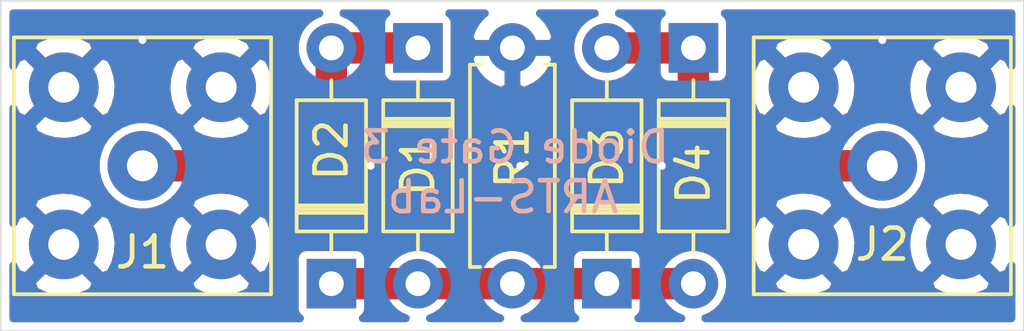
<source format=kicad_pcb>
(kicad_pcb (version 20171130) (host pcbnew "(5.1.4)-1")

  (general
    (thickness 1.6)
    (drawings 5)
    (tracks 17)
    (zones 0)
    (modules 7)
    (nets 5)
  )

  (page A4)
  (layers
    (0 F.Cu signal hide)
    (31 B.Cu signal hide)
    (32 B.Adhes user)
    (33 F.Adhes user)
    (34 B.Paste user)
    (35 F.Paste user)
    (36 B.SilkS user)
    (37 F.SilkS user)
    (38 B.Mask user)
    (39 F.Mask user)
    (40 Dwgs.User user)
    (41 Cmts.User user)
    (42 Eco1.User user)
    (43 Eco2.User user)
    (44 Edge.Cuts user)
    (45 Margin user)
    (46 B.CrtYd user)
    (47 F.CrtYd user)
    (48 B.Fab user)
    (49 F.Fab user hide)
  )

  (setup
    (last_trace_width 0.1524)
    (user_trace_width 1.016)
    (trace_clearance 0.1524)
    (zone_clearance 0.508)
    (zone_45_only no)
    (trace_min 0.1524)
    (via_size 0.508)
    (via_drill 0.254)
    (via_min_size 0.508)
    (via_min_drill 0.254)
    (uvia_size 0.3)
    (uvia_drill 0.1)
    (uvias_allowed no)
    (uvia_min_size 0.2)
    (uvia_min_drill 0.1)
    (edge_width 0.05)
    (segment_width 0.2)
    (pcb_text_width 0.3)
    (pcb_text_size 1.5 1.5)
    (mod_edge_width 0.12)
    (mod_text_size 1 1)
    (mod_text_width 0.15)
    (pad_size 2.25 2.25)
    (pad_drill 1)
    (pad_to_mask_clearance 0.051)
    (solder_mask_min_width 0.25)
    (aux_axis_origin 0 0)
    (visible_elements 7FFFFFFF)
    (pcbplotparams
      (layerselection 0x010fc_ffffffff)
      (usegerberextensions false)
      (usegerberattributes false)
      (usegerberadvancedattributes false)
      (creategerberjobfile false)
      (excludeedgelayer true)
      (linewidth 0.100000)
      (plotframeref false)
      (viasonmask false)
      (mode 1)
      (useauxorigin false)
      (hpglpennumber 1)
      (hpglpenspeed 20)
      (hpglpendiameter 15.000000)
      (psnegative false)
      (psa4output false)
      (plotreference true)
      (plotvalue true)
      (plotinvisibletext false)
      (padsonsilk false)
      (subtractmaskfromsilk false)
      (outputformat 1)
      (mirror false)
      (drillshape 1)
      (scaleselection 1)
      (outputdirectory ""))
  )

  (net 0 "")
  (net 1 "Net-(D1-Pad1)")
  (net 2 "Net-(D1-Pad2)")
  (net 3 "Net-(D3-Pad2)")
  (net 4 GND)

  (net_class Default "This is the default net class."
    (clearance 0.1524)
    (trace_width 0.1524)
    (via_dia 0.508)
    (via_drill 0.254)
    (uvia_dia 0.3)
    (uvia_drill 0.1)
    (add_net GND)
    (add_net "Net-(D1-Pad1)")
    (add_net "Net-(D1-Pad2)")
    (add_net "Net-(D3-Pad2)")
  )

  (module Diode_THT:D_DO-35_SOD27_P7.62mm_Horizontal (layer F.Cu) (tedit 5AE50CD5) (tstamp 5F7D4BF1)
    (at 141.224 98.298 270)
    (descr "Diode, DO-35_SOD27 series, Axial, Horizontal, pin pitch=7.62mm, , length*diameter=4*2mm^2, , http://www.diodes.com/_files/packages/DO-35.pdf")
    (tags "Diode DO-35_SOD27 series Axial Horizontal pin pitch 7.62mm  length 4mm diameter 2mm")
    (path /5F7D32C9)
    (fp_text reference D1 (at 3.81 0 90) (layer F.SilkS)
      (effects (font (size 1 1) (thickness 0.15)))
    )
    (fp_text value 1N4148 (at 3.81 2.12 90) (layer F.Fab)
      (effects (font (size 1 1) (thickness 0.15)))
    )
    (fp_line (start 1.81 -1) (end 1.81 1) (layer F.Fab) (width 0.1))
    (fp_line (start 1.81 1) (end 5.81 1) (layer F.Fab) (width 0.1))
    (fp_line (start 5.81 1) (end 5.81 -1) (layer F.Fab) (width 0.1))
    (fp_line (start 5.81 -1) (end 1.81 -1) (layer F.Fab) (width 0.1))
    (fp_line (start 0 0) (end 1.81 0) (layer F.Fab) (width 0.1))
    (fp_line (start 7.62 0) (end 5.81 0) (layer F.Fab) (width 0.1))
    (fp_line (start 2.41 -1) (end 2.41 1) (layer F.Fab) (width 0.1))
    (fp_line (start 2.51 -1) (end 2.51 1) (layer F.Fab) (width 0.1))
    (fp_line (start 2.31 -1) (end 2.31 1) (layer F.Fab) (width 0.1))
    (fp_line (start 1.69 -1.12) (end 1.69 1.12) (layer F.SilkS) (width 0.12))
    (fp_line (start 1.69 1.12) (end 5.93 1.12) (layer F.SilkS) (width 0.12))
    (fp_line (start 5.93 1.12) (end 5.93 -1.12) (layer F.SilkS) (width 0.12))
    (fp_line (start 5.93 -1.12) (end 1.69 -1.12) (layer F.SilkS) (width 0.12))
    (fp_line (start 1.04 0) (end 1.69 0) (layer F.SilkS) (width 0.12))
    (fp_line (start 6.58 0) (end 5.93 0) (layer F.SilkS) (width 0.12))
    (fp_line (start 2.41 -1.12) (end 2.41 1.12) (layer F.SilkS) (width 0.12))
    (fp_line (start 2.53 -1.12) (end 2.53 1.12) (layer F.SilkS) (width 0.12))
    (fp_line (start 2.29 -1.12) (end 2.29 1.12) (layer F.SilkS) (width 0.12))
    (fp_line (start -1.05 -1.25) (end -1.05 1.25) (layer F.CrtYd) (width 0.05))
    (fp_line (start -1.05 1.25) (end 8.67 1.25) (layer F.CrtYd) (width 0.05))
    (fp_line (start 8.67 1.25) (end 8.67 -1.25) (layer F.CrtYd) (width 0.05))
    (fp_line (start 8.67 -1.25) (end -1.05 -1.25) (layer F.CrtYd) (width 0.05))
    (fp_text user %R (at 4.11 0 90) (layer F.Fab)
      (effects (font (size 0.8 0.8) (thickness 0.12)))
    )
    (fp_text user K (at 0 -1.8 90) (layer F.Fab)
      (effects (font (size 1 1) (thickness 0.15)))
    )
    (pad 1 thru_hole rect (at 0 0 270) (size 1.6 1.6) (drill 0.8) (layers *.Cu *.Mask)
      (net 1 "Net-(D1-Pad1)"))
    (pad 2 thru_hole oval (at 7.62 0 270) (size 1.6 1.6) (drill 0.8) (layers *.Cu *.Mask)
      (net 2 "Net-(D1-Pad2)"))
    (model ${KISYS3DMOD}/Diode_THT.3dshapes/D_DO-35_SOD27_P7.62mm_Horizontal.wrl
      (at (xyz 0 0 0))
      (scale (xyz 1 1 1))
      (rotate (xyz 0 0 0))
    )
  )

  (module Diode_THT:D_DO-35_SOD27_P7.62mm_Horizontal (layer F.Cu) (tedit 5AE50CD5) (tstamp 5F7D4C10)
    (at 138.43 105.918 90)
    (descr "Diode, DO-35_SOD27 series, Axial, Horizontal, pin pitch=7.62mm, , length*diameter=4*2mm^2, , http://www.diodes.com/_files/packages/DO-35.pdf")
    (tags "Diode DO-35_SOD27 series Axial Horizontal pin pitch 7.62mm  length 4mm diameter 2mm")
    (path /5F7D502D)
    (fp_text reference D2 (at 4.318 0 90) (layer F.SilkS)
      (effects (font (size 1 1) (thickness 0.15)))
    )
    (fp_text value 1N4148 (at 3.81 2.12 90) (layer F.Fab)
      (effects (font (size 1 1) (thickness 0.15)))
    )
    (fp_text user K (at 0 -1.8 90) (layer F.Fab)
      (effects (font (size 1 1) (thickness 0.15)))
    )
    (fp_text user %R (at 4.11 0 90) (layer F.Fab)
      (effects (font (size 0.8 0.8) (thickness 0.12)))
    )
    (fp_line (start 8.67 -1.25) (end -1.05 -1.25) (layer F.CrtYd) (width 0.05))
    (fp_line (start 8.67 1.25) (end 8.67 -1.25) (layer F.CrtYd) (width 0.05))
    (fp_line (start -1.05 1.25) (end 8.67 1.25) (layer F.CrtYd) (width 0.05))
    (fp_line (start -1.05 -1.25) (end -1.05 1.25) (layer F.CrtYd) (width 0.05))
    (fp_line (start 2.29 -1.12) (end 2.29 1.12) (layer F.SilkS) (width 0.12))
    (fp_line (start 2.53 -1.12) (end 2.53 1.12) (layer F.SilkS) (width 0.12))
    (fp_line (start 2.41 -1.12) (end 2.41 1.12) (layer F.SilkS) (width 0.12))
    (fp_line (start 6.58 0) (end 5.93 0) (layer F.SilkS) (width 0.12))
    (fp_line (start 1.04 0) (end 1.69 0) (layer F.SilkS) (width 0.12))
    (fp_line (start 5.93 -1.12) (end 1.69 -1.12) (layer F.SilkS) (width 0.12))
    (fp_line (start 5.93 1.12) (end 5.93 -1.12) (layer F.SilkS) (width 0.12))
    (fp_line (start 1.69 1.12) (end 5.93 1.12) (layer F.SilkS) (width 0.12))
    (fp_line (start 1.69 -1.12) (end 1.69 1.12) (layer F.SilkS) (width 0.12))
    (fp_line (start 2.31 -1) (end 2.31 1) (layer F.Fab) (width 0.1))
    (fp_line (start 2.51 -1) (end 2.51 1) (layer F.Fab) (width 0.1))
    (fp_line (start 2.41 -1) (end 2.41 1) (layer F.Fab) (width 0.1))
    (fp_line (start 7.62 0) (end 5.81 0) (layer F.Fab) (width 0.1))
    (fp_line (start 0 0) (end 1.81 0) (layer F.Fab) (width 0.1))
    (fp_line (start 5.81 -1) (end 1.81 -1) (layer F.Fab) (width 0.1))
    (fp_line (start 5.81 1) (end 5.81 -1) (layer F.Fab) (width 0.1))
    (fp_line (start 1.81 1) (end 5.81 1) (layer F.Fab) (width 0.1))
    (fp_line (start 1.81 -1) (end 1.81 1) (layer F.Fab) (width 0.1))
    (pad 2 thru_hole oval (at 7.62 0 90) (size 1.6 1.6) (drill 0.8) (layers *.Cu *.Mask)
      (net 1 "Net-(D1-Pad1)"))
    (pad 1 thru_hole rect (at 0 0 90) (size 1.6 1.6) (drill 0.8) (layers *.Cu *.Mask)
      (net 2 "Net-(D1-Pad2)"))
    (model ${KISYS3DMOD}/Diode_THT.3dshapes/D_DO-35_SOD27_P7.62mm_Horizontal.wrl
      (at (xyz 0 0 0))
      (scale (xyz 1 1 1))
      (rotate (xyz 0 0 0))
    )
  )

  (module Diode_THT:D_DO-35_SOD27_P7.62mm_Horizontal (layer F.Cu) (tedit 5AE50CD5) (tstamp 5F7D4C2F)
    (at 147.32 105.918 90)
    (descr "Diode, DO-35_SOD27 series, Axial, Horizontal, pin pitch=7.62mm, , length*diameter=4*2mm^2, , http://www.diodes.com/_files/packages/DO-35.pdf")
    (tags "Diode DO-35_SOD27 series Axial Horizontal pin pitch 7.62mm  length 4mm diameter 2mm")
    (path /5F7D7339)
    (fp_text reference D3 (at 4.064 0 90) (layer F.SilkS)
      (effects (font (size 1 1) (thickness 0.15)))
    )
    (fp_text value 1N4148 (at 3.81 2.12 90) (layer F.Fab)
      (effects (font (size 1 1) (thickness 0.15)))
    )
    (fp_text user K (at 0 -1.8 90) (layer F.Fab)
      (effects (font (size 1 1) (thickness 0.15)))
    )
    (fp_text user %R (at 4.11 0 90) (layer F.Fab)
      (effects (font (size 0.8 0.8) (thickness 0.12)))
    )
    (fp_line (start 8.67 -1.25) (end -1.05 -1.25) (layer F.CrtYd) (width 0.05))
    (fp_line (start 8.67 1.25) (end 8.67 -1.25) (layer F.CrtYd) (width 0.05))
    (fp_line (start -1.05 1.25) (end 8.67 1.25) (layer F.CrtYd) (width 0.05))
    (fp_line (start -1.05 -1.25) (end -1.05 1.25) (layer F.CrtYd) (width 0.05))
    (fp_line (start 2.29 -1.12) (end 2.29 1.12) (layer F.SilkS) (width 0.12))
    (fp_line (start 2.53 -1.12) (end 2.53 1.12) (layer F.SilkS) (width 0.12))
    (fp_line (start 2.41 -1.12) (end 2.41 1.12) (layer F.SilkS) (width 0.12))
    (fp_line (start 6.58 0) (end 5.93 0) (layer F.SilkS) (width 0.12))
    (fp_line (start 1.04 0) (end 1.69 0) (layer F.SilkS) (width 0.12))
    (fp_line (start 5.93 -1.12) (end 1.69 -1.12) (layer F.SilkS) (width 0.12))
    (fp_line (start 5.93 1.12) (end 5.93 -1.12) (layer F.SilkS) (width 0.12))
    (fp_line (start 1.69 1.12) (end 5.93 1.12) (layer F.SilkS) (width 0.12))
    (fp_line (start 1.69 -1.12) (end 1.69 1.12) (layer F.SilkS) (width 0.12))
    (fp_line (start 2.31 -1) (end 2.31 1) (layer F.Fab) (width 0.1))
    (fp_line (start 2.51 -1) (end 2.51 1) (layer F.Fab) (width 0.1))
    (fp_line (start 2.41 -1) (end 2.41 1) (layer F.Fab) (width 0.1))
    (fp_line (start 7.62 0) (end 5.81 0) (layer F.Fab) (width 0.1))
    (fp_line (start 0 0) (end 1.81 0) (layer F.Fab) (width 0.1))
    (fp_line (start 5.81 -1) (end 1.81 -1) (layer F.Fab) (width 0.1))
    (fp_line (start 5.81 1) (end 5.81 -1) (layer F.Fab) (width 0.1))
    (fp_line (start 1.81 1) (end 5.81 1) (layer F.Fab) (width 0.1))
    (fp_line (start 1.81 -1) (end 1.81 1) (layer F.Fab) (width 0.1))
    (pad 2 thru_hole oval (at 7.62 0 90) (size 1.6 1.6) (drill 0.8) (layers *.Cu *.Mask)
      (net 3 "Net-(D3-Pad2)"))
    (pad 1 thru_hole rect (at 0 0 90) (size 1.6 1.6) (drill 0.8) (layers *.Cu *.Mask)
      (net 2 "Net-(D1-Pad2)"))
    (model ${KISYS3DMOD}/Diode_THT.3dshapes/D_DO-35_SOD27_P7.62mm_Horizontal.wrl
      (at (xyz 0 0 0))
      (scale (xyz 1 1 1))
      (rotate (xyz 0 0 0))
    )
  )

  (module Diode_THT:D_DO-35_SOD27_P7.62mm_Horizontal (layer F.Cu) (tedit 5AE50CD5) (tstamp 5F7D4C4E)
    (at 150.114 98.298 270)
    (descr "Diode, DO-35_SOD27 series, Axial, Horizontal, pin pitch=7.62mm, , length*diameter=4*2mm^2, , http://www.diodes.com/_files/packages/DO-35.pdf")
    (tags "Diode DO-35_SOD27 series Axial Horizontal pin pitch 7.62mm  length 4mm diameter 2mm")
    (path /5F7D5698)
    (fp_text reference D4 (at 4.064 0 90) (layer F.SilkS)
      (effects (font (size 1 1) (thickness 0.15)))
    )
    (fp_text value 1N4148 (at 3.81 2.12 90) (layer F.Fab)
      (effects (font (size 1 1) (thickness 0.15)))
    )
    (fp_line (start 1.81 -1) (end 1.81 1) (layer F.Fab) (width 0.1))
    (fp_line (start 1.81 1) (end 5.81 1) (layer F.Fab) (width 0.1))
    (fp_line (start 5.81 1) (end 5.81 -1) (layer F.Fab) (width 0.1))
    (fp_line (start 5.81 -1) (end 1.81 -1) (layer F.Fab) (width 0.1))
    (fp_line (start 0 0) (end 1.81 0) (layer F.Fab) (width 0.1))
    (fp_line (start 7.62 0) (end 5.81 0) (layer F.Fab) (width 0.1))
    (fp_line (start 2.41 -1) (end 2.41 1) (layer F.Fab) (width 0.1))
    (fp_line (start 2.51 -1) (end 2.51 1) (layer F.Fab) (width 0.1))
    (fp_line (start 2.31 -1) (end 2.31 1) (layer F.Fab) (width 0.1))
    (fp_line (start 1.69 -1.12) (end 1.69 1.12) (layer F.SilkS) (width 0.12))
    (fp_line (start 1.69 1.12) (end 5.93 1.12) (layer F.SilkS) (width 0.12))
    (fp_line (start 5.93 1.12) (end 5.93 -1.12) (layer F.SilkS) (width 0.12))
    (fp_line (start 5.93 -1.12) (end 1.69 -1.12) (layer F.SilkS) (width 0.12))
    (fp_line (start 1.04 0) (end 1.69 0) (layer F.SilkS) (width 0.12))
    (fp_line (start 6.58 0) (end 5.93 0) (layer F.SilkS) (width 0.12))
    (fp_line (start 2.41 -1.12) (end 2.41 1.12) (layer F.SilkS) (width 0.12))
    (fp_line (start 2.53 -1.12) (end 2.53 1.12) (layer F.SilkS) (width 0.12))
    (fp_line (start 2.29 -1.12) (end 2.29 1.12) (layer F.SilkS) (width 0.12))
    (fp_line (start -1.05 -1.25) (end -1.05 1.25) (layer F.CrtYd) (width 0.05))
    (fp_line (start -1.05 1.25) (end 8.67 1.25) (layer F.CrtYd) (width 0.05))
    (fp_line (start 8.67 1.25) (end 8.67 -1.25) (layer F.CrtYd) (width 0.05))
    (fp_line (start 8.67 -1.25) (end -1.05 -1.25) (layer F.CrtYd) (width 0.05))
    (fp_text user %R (at 4.11 0 90) (layer F.Fab)
      (effects (font (size 0.8 0.8) (thickness 0.12)))
    )
    (fp_text user K (at 0 -1.8 90) (layer F.Fab)
      (effects (font (size 1 1) (thickness 0.15)))
    )
    (pad 1 thru_hole rect (at 0 0 270) (size 1.6 1.6) (drill 0.8) (layers *.Cu *.Mask)
      (net 3 "Net-(D3-Pad2)"))
    (pad 2 thru_hole oval (at 7.62 0 270) (size 1.6 1.6) (drill 0.8) (layers *.Cu *.Mask)
      (net 2 "Net-(D1-Pad2)"))
    (model ${KISYS3DMOD}/Diode_THT.3dshapes/D_DO-35_SOD27_P7.62mm_Horizontal.wrl
      (at (xyz 0 0 0))
      (scale (xyz 1 1 1))
      (rotate (xyz 0 0 0))
    )
  )

  (module Connector_Coaxial:SMA_Amphenol_132203-12_Horizontal (layer F.Cu) (tedit 5F7D4D17) (tstamp 5F7D4C7C)
    (at 132.334 102.108 90)
    (descr https://www.amphenolrf.com/media/downloads/1769/132203-12.pdf)
    (tags "SMA THT Female Jack Horizontal")
    (path /5F7D9DF6)
    (fp_text reference J1 (at -2.794 0) (layer F.SilkS)
      (effects (font (size 1 1) (thickness 0.15)))
    )
    (fp_text value Conn_Coaxial (at 0 5 90) (layer F.Fab)
      (effects (font (size 1 1) (thickness 0.15)))
    )
    (fp_line (start -3.175 -18) (end 3.175 -18.706) (layer F.Fab) (width 0.1))
    (fp_line (start -4 -4) (end 4 -4) (layer F.Fab) (width 0.1))
    (fp_line (start -3.9 -5.07) (end -3.9 -4) (layer F.Fab) (width 0.1))
    (fp_line (start 3.9 -5.07) (end -3.9 -5.07) (layer F.Fab) (width 0.1))
    (fp_line (start 3.9 -4) (end 3.9 -5.07) (layer F.Fab) (width 0.1))
    (fp_line (start 3.175 -19.5) (end 3.175 -5.07) (layer F.Fab) (width 0.1))
    (fp_line (start -3.175 -19.5) (end -3.175 -5.07) (layer F.Fab) (width 0.1))
    (fp_line (start -3.175 -19.5) (end 3.175 -19.5) (layer F.Fab) (width 0.1))
    (fp_text user %R (at 0 0 90) (layer F.Fab)
      (effects (font (size 1 1) (thickness 0.15)))
    )
    (fp_line (start -4.15 -4.15) (end 4.15 -4.15) (layer F.SilkS) (width 0.12))
    (fp_line (start -4.15 4.15) (end 4.15 4.15) (layer F.SilkS) (width 0.12))
    (fp_line (start 4.15 -4.15) (end 4.15 4.15) (layer F.SilkS) (width 0.12))
    (fp_line (start -4.15 -4.15) (end -4.15 4.15) (layer F.SilkS) (width 0.12))
    (fp_line (start 4 -4) (end 4 4) (layer F.Fab) (width 0.1))
    (fp_line (start -4 4) (end 4 4) (layer F.Fab) (width 0.1))
    (fp_line (start -4 -4) (end -4 4) (layer F.Fab) (width 0.1))
    (fp_line (start -4.5 -20) (end 4.5 -20) (layer F.CrtYd) (width 0.05))
    (fp_line (start -4.5 -20) (end -4.5 4.5) (layer F.CrtYd) (width 0.05))
    (fp_line (start 4.5 4.5) (end 4.5 -20) (layer F.CrtYd) (width 0.05))
    (fp_line (start 4.5 4.5) (end -4.5 4.5) (layer F.CrtYd) (width 0.05))
    (fp_line (start -3.175 -17.294) (end 3.175 -18) (layer F.Fab) (width 0.1))
    (fp_line (start -3.175 -16.588) (end 3.175 -17.294) (layer F.Fab) (width 0.1))
    (fp_line (start -3.175 -15.882) (end 3.175 -16.588) (layer F.Fab) (width 0.1))
    (fp_line (start -3.175 -15.176) (end 3.175 -15.882) (layer F.Fab) (width 0.1))
    (fp_line (start -3.175 -14.47) (end 3.175 -15.176) (layer F.Fab) (width 0.1))
    (fp_line (start -3.175 -13.764) (end 3.175 -14.47) (layer F.Fab) (width 0.1))
    (fp_line (start -3.175 -13.058) (end 3.175 -13.764) (layer F.Fab) (width 0.1))
    (fp_line (start -3.175 -12.352) (end 3.175 -13.058) (layer F.Fab) (width 0.1))
    (fp_line (start -3.175 -11.646) (end 3.175 -12.352) (layer F.Fab) (width 0.1))
    (fp_line (start -3.175 -10.94) (end 3.175 -11.646) (layer F.Fab) (width 0.1))
    (fp_line (start -3.175 -10.234) (end 3.175 -10.94) (layer F.Fab) (width 0.1))
    (fp_line (start -3.175 -9.528) (end 3.175 -10.234) (layer F.Fab) (width 0.1))
    (fp_line (start -3.175 -8.822) (end 3.175 -9.528) (layer F.Fab) (width 0.1))
    (fp_line (start -3.175 -8.116) (end 3.175 -8.822) (layer F.Fab) (width 0.1))
    (fp_line (start -3.175 -7.41) (end 3.175 -8.116) (layer F.Fab) (width 0.1))
    (fp_line (start -3.175 -6.704) (end 3.175 -7.41) (layer F.Fab) (width 0.1))
    (fp_line (start -3.175 -5.998) (end 3.175 -6.704) (layer F.Fab) (width 0.1))
    (pad 2 thru_hole circle (at -2.54 2.54 90) (size 2.25 2.25) (drill 1) (layers *.Cu *.Mask)
      (net 4 GND))
    (pad 2 thru_hole circle (at -2.54 -2.54 90) (size 2.25 2.25) (drill 1) (layers *.Cu *.Mask)
      (net 4 GND))
    (pad 2 thru_hole circle (at 2.54 -2.54 90) (size 2.25 2.25) (drill 1) (layers *.Cu *.Mask)
      (net 4 GND))
    (pad 2 thru_hole circle (at 2.54 2.54 180) (size 2.25 2.25) (drill 1) (layers *.Cu *.Mask)
      (net 4 GND))
    (pad 1 thru_hole circle (at 0 0 90) (size 2.25 2.25) (drill 1) (layers *.Cu *.Mask)
      (net 1 "Net-(D1-Pad1)"))
    (model ${KISYS3DMOD}/Connector_Coaxial.3dshapes/SMA_Amphenol_132203-12_Horizontal.wrl
      (at (xyz 0 0 0))
      (scale (xyz 1 1 1))
      (rotate (xyz 0 0 0))
    )
  )

  (module Connector_Coaxial:SMA_Amphenol_132203-12_Horizontal (layer F.Cu) (tedit 5F7D4D3A) (tstamp 5F7D4CAA)
    (at 156.21 102.108 270)
    (descr https://www.amphenolrf.com/media/downloads/1769/132203-12.pdf)
    (tags "SMA THT Female Jack Horizontal")
    (path /5F7DBDE1)
    (fp_text reference J2 (at 2.54 0) (layer F.SilkS)
      (effects (font (size 1 1) (thickness 0.15)))
    )
    (fp_text value Conn_Coaxial (at 0 5 90) (layer F.Fab)
      (effects (font (size 1 1) (thickness 0.15)))
    )
    (fp_line (start -3.175 -5.998) (end 3.175 -6.704) (layer F.Fab) (width 0.1))
    (fp_line (start -3.175 -6.704) (end 3.175 -7.41) (layer F.Fab) (width 0.1))
    (fp_line (start -3.175 -7.41) (end 3.175 -8.116) (layer F.Fab) (width 0.1))
    (fp_line (start -3.175 -8.116) (end 3.175 -8.822) (layer F.Fab) (width 0.1))
    (fp_line (start -3.175 -8.822) (end 3.175 -9.528) (layer F.Fab) (width 0.1))
    (fp_line (start -3.175 -9.528) (end 3.175 -10.234) (layer F.Fab) (width 0.1))
    (fp_line (start -3.175 -10.234) (end 3.175 -10.94) (layer F.Fab) (width 0.1))
    (fp_line (start -3.175 -10.94) (end 3.175 -11.646) (layer F.Fab) (width 0.1))
    (fp_line (start -3.175 -11.646) (end 3.175 -12.352) (layer F.Fab) (width 0.1))
    (fp_line (start -3.175 -12.352) (end 3.175 -13.058) (layer F.Fab) (width 0.1))
    (fp_line (start -3.175 -13.058) (end 3.175 -13.764) (layer F.Fab) (width 0.1))
    (fp_line (start -3.175 -13.764) (end 3.175 -14.47) (layer F.Fab) (width 0.1))
    (fp_line (start -3.175 -14.47) (end 3.175 -15.176) (layer F.Fab) (width 0.1))
    (fp_line (start -3.175 -15.176) (end 3.175 -15.882) (layer F.Fab) (width 0.1))
    (fp_line (start -3.175 -15.882) (end 3.175 -16.588) (layer F.Fab) (width 0.1))
    (fp_line (start -3.175 -16.588) (end 3.175 -17.294) (layer F.Fab) (width 0.1))
    (fp_line (start -3.175 -17.294) (end 3.175 -18) (layer F.Fab) (width 0.1))
    (fp_line (start 4.5 4.5) (end -4.5 4.5) (layer F.CrtYd) (width 0.05))
    (fp_line (start 4.5 4.5) (end 4.5 -20) (layer F.CrtYd) (width 0.05))
    (fp_line (start -4.5 -20) (end -4.5 4.5) (layer F.CrtYd) (width 0.05))
    (fp_line (start -4.5 -20) (end 4.5 -20) (layer F.CrtYd) (width 0.05))
    (fp_line (start -4 -4) (end -4 4) (layer F.Fab) (width 0.1))
    (fp_line (start -4 4) (end 4 4) (layer F.Fab) (width 0.1))
    (fp_line (start 4 -4) (end 4 4) (layer F.Fab) (width 0.1))
    (fp_line (start -4.15 -4.15) (end -4.15 4.15) (layer F.SilkS) (width 0.12))
    (fp_line (start 4.15 -4.15) (end 4.15 4.15) (layer F.SilkS) (width 0.12))
    (fp_line (start -4.15 4.15) (end 4.15 4.15) (layer F.SilkS) (width 0.12))
    (fp_line (start -4.15 -4.15) (end 4.15 -4.15) (layer F.SilkS) (width 0.12))
    (fp_text user %R (at 0 0 90) (layer F.Fab)
      (effects (font (size 1 1) (thickness 0.15)))
    )
    (fp_line (start -3.175 -19.5) (end 3.175 -19.5) (layer F.Fab) (width 0.1))
    (fp_line (start -3.175 -19.5) (end -3.175 -5.07) (layer F.Fab) (width 0.1))
    (fp_line (start 3.175 -19.5) (end 3.175 -5.07) (layer F.Fab) (width 0.1))
    (fp_line (start 3.9 -4) (end 3.9 -5.07) (layer F.Fab) (width 0.1))
    (fp_line (start 3.9 -5.07) (end -3.9 -5.07) (layer F.Fab) (width 0.1))
    (fp_line (start -3.9 -5.07) (end -3.9 -4) (layer F.Fab) (width 0.1))
    (fp_line (start -4 -4) (end 4 -4) (layer F.Fab) (width 0.1))
    (fp_line (start -3.175 -18) (end 3.175 -18.706) (layer F.Fab) (width 0.1))
    (pad 1 thru_hole circle (at 0 0 270) (size 2.25 2.25) (drill 1) (layers *.Cu *.Mask)
      (net 3 "Net-(D3-Pad2)"))
    (pad 2 thru_hole circle (at 2.54 2.54) (size 2.25 2.25) (drill 1) (layers *.Cu *.Mask)
      (net 4 GND))
    (pad 2 thru_hole circle (at 2.54 -2.54 270) (size 2.25 2.25) (drill 1) (layers *.Cu *.Mask)
      (net 4 GND))
    (pad 2 thru_hole circle (at -2.54 -2.54 270) (size 2.25 2.25) (drill 1) (layers *.Cu *.Mask)
      (net 4 GND))
    (pad 2 thru_hole circle (at -2.54 2.54 270) (size 2.25 2.25) (drill 1) (layers *.Cu *.Mask)
      (net 4 GND))
    (model ${KISYS3DMOD}/Connector_Coaxial.3dshapes/SMA_Amphenol_132203-12_Horizontal.wrl
      (at (xyz 0 0 0))
      (scale (xyz 1 1 1))
      (rotate (xyz 0 0 0))
    )
  )

  (module Resistor_THT:R_Axial_DIN0207_L6.3mm_D2.5mm_P7.62mm_Horizontal (layer F.Cu) (tedit 5AE5139B) (tstamp 5F7D4CC1)
    (at 144.272 105.918 90)
    (descr "Resistor, Axial_DIN0207 series, Axial, Horizontal, pin pitch=7.62mm, 0.25W = 1/4W, length*diameter=6.3*2.5mm^2, http://cdn-reichelt.de/documents/datenblatt/B400/1_4W%23YAG.pdf")
    (tags "Resistor Axial_DIN0207 series Axial Horizontal pin pitch 7.62mm 0.25W = 1/4W length 6.3mm diameter 2.5mm")
    (path /5F7D7E91)
    (fp_text reference R1 (at 4.064 0 90) (layer F.SilkS)
      (effects (font (size 1 1) (thickness 0.15)))
    )
    (fp_text value 10k (at 3.81 2.37 90) (layer F.Fab)
      (effects (font (size 1 1) (thickness 0.15)))
    )
    (fp_line (start 0.66 -1.25) (end 0.66 1.25) (layer F.Fab) (width 0.1))
    (fp_line (start 0.66 1.25) (end 6.96 1.25) (layer F.Fab) (width 0.1))
    (fp_line (start 6.96 1.25) (end 6.96 -1.25) (layer F.Fab) (width 0.1))
    (fp_line (start 6.96 -1.25) (end 0.66 -1.25) (layer F.Fab) (width 0.1))
    (fp_line (start 0 0) (end 0.66 0) (layer F.Fab) (width 0.1))
    (fp_line (start 7.62 0) (end 6.96 0) (layer F.Fab) (width 0.1))
    (fp_line (start 0.54 -1.04) (end 0.54 -1.37) (layer F.SilkS) (width 0.12))
    (fp_line (start 0.54 -1.37) (end 7.08 -1.37) (layer F.SilkS) (width 0.12))
    (fp_line (start 7.08 -1.37) (end 7.08 -1.04) (layer F.SilkS) (width 0.12))
    (fp_line (start 0.54 1.04) (end 0.54 1.37) (layer F.SilkS) (width 0.12))
    (fp_line (start 0.54 1.37) (end 7.08 1.37) (layer F.SilkS) (width 0.12))
    (fp_line (start 7.08 1.37) (end 7.08 1.04) (layer F.SilkS) (width 0.12))
    (fp_line (start -1.05 -1.5) (end -1.05 1.5) (layer F.CrtYd) (width 0.05))
    (fp_line (start -1.05 1.5) (end 8.67 1.5) (layer F.CrtYd) (width 0.05))
    (fp_line (start 8.67 1.5) (end 8.67 -1.5) (layer F.CrtYd) (width 0.05))
    (fp_line (start 8.67 -1.5) (end -1.05 -1.5) (layer F.CrtYd) (width 0.05))
    (fp_text user %R (at 3.81 0 90) (layer F.Fab)
      (effects (font (size 1 1) (thickness 0.15)))
    )
    (pad 1 thru_hole circle (at 0 0 90) (size 1.6 1.6) (drill 0.8) (layers *.Cu *.Mask)
      (net 2 "Net-(D1-Pad2)"))
    (pad 2 thru_hole oval (at 7.62 0 90) (size 1.6 1.6) (drill 0.8) (layers *.Cu *.Mask)
      (net 4 GND))
    (model ${KISYS3DMOD}/Resistor_THT.3dshapes/R_Axial_DIN0207_L6.3mm_D2.5mm_P7.62mm_Horizontal.wrl
      (at (xyz 0 0 0))
      (scale (xyz 1 1 1))
      (rotate (xyz 0 0 0))
    )
  )

  (gr_text "Diode Gate 3\n ARTS-Lab" (at 144.3482 102.3112) (layer B.SilkS)
    (effects (font (size 1 1) (thickness 0.15)) (justify mirror))
  )
  (gr_line (start 127.762 107.442) (end 127.762 96.774) (layer Edge.Cuts) (width 0.05) (tstamp 5F7D5C15))
  (gr_line (start 160.782 107.442) (end 127.762 107.442) (layer Edge.Cuts) (width 0.05))
  (gr_line (start 160.782 96.774) (end 160.782 107.442) (layer Edge.Cuts) (width 0.05))
  (gr_line (start 127.762 96.774) (end 160.782 96.774) (layer Edge.Cuts) (width 0.05))

  (segment (start 138.43 98.298) (end 141.224 98.298) (width 1.016) (layer F.Cu) (net 1))
  (segment (start 132.334 102.108) (end 136.398 102.108) (width 1.016) (layer F.Cu) (net 1))
  (segment (start 138.43 100.076) (end 138.43 98.298) (width 1.016) (layer F.Cu) (net 1))
  (segment (start 136.398 102.108) (end 138.43 100.076) (width 1.016) (layer F.Cu) (net 1))
  (segment (start 138.43 105.918) (end 141.224 105.918) (width 1.016) (layer F.Cu) (net 2))
  (segment (start 141.224 105.918) (end 144.272 105.918) (width 1.016) (layer F.Cu) (net 2))
  (segment (start 144.272 105.918) (end 147.32 105.918) (width 1.016) (layer F.Cu) (net 2))
  (segment (start 147.32 105.918) (end 150.114 105.918) (width 1.016) (layer F.Cu) (net 2))
  (segment (start 147.32 98.298) (end 150.114 98.298) (width 1.016) (layer F.Cu) (net 3))
  (segment (start 150.114 100.114) (end 150.114 98.298) (width 1.016) (layer F.Cu) (net 3))
  (segment (start 152.108 102.108) (end 150.114 100.114) (width 1.016) (layer F.Cu) (net 3))
  (segment (start 156.21 102.108) (end 152.108 102.108) (width 1.016) (layer F.Cu) (net 3))
  (via (at 149.098 102.108) (size 0.508) (drill 0.254) (layers F.Cu B.Cu) (net 4))
  (via (at 139.7 102.108) (size 0.508) (drill 0.254) (layers F.Cu B.Cu) (net 4))
  (via (at 144.526 102.108) (size 0.508) (drill 0.254) (layers F.Cu B.Cu) (net 4))
  (via (at 132.334 98.044) (size 0.508) (drill 0.254) (layers F.Cu B.Cu) (net 4))
  (via (at 156.21 98.044) (size 0.508) (drill 0.254) (layers F.Cu B.Cu) (net 4))

  (zone (net 4) (net_name GND) (layer F.Cu) (tstamp 5F7D5C88) (hatch edge 0.508)
    (connect_pads (clearance 0.254))
    (min_thickness 0.254)
    (fill yes (arc_segments 32) (thermal_gap 0.508) (thermal_bridge_width 0.508))
    (polygon
      (pts
        (xy 161.036 107.696) (xy 127.508 107.696) (xy 127.508 96.52) (xy 161.036 96.52)
      )
    )
    (filled_polygon
      (pts
        (xy 137.870587 97.251412) (xy 137.677157 97.380658) (xy 137.512658 97.545157) (xy 137.383412 97.738587) (xy 137.294386 97.953515)
        (xy 137.249 98.181682) (xy 137.249 98.414318) (xy 137.294386 98.642485) (xy 137.383412 98.857413) (xy 137.512658 99.050843)
        (xy 137.541001 99.079186) (xy 137.541 99.707764) (xy 136.029765 101.219) (xy 135.485701 101.219) (xy 135.603685 101.178966)
        (xy 135.808079 101.069714) (xy 135.918926 100.792531) (xy 134.874 99.747605) (xy 133.829074 100.792531) (xy 133.939921 101.069714)
        (xy 134.242551 101.219) (xy 133.55124 101.219) (xy 133.503787 101.147981) (xy 133.294019 100.938213) (xy 133.047359 100.7734)
        (xy 132.773284 100.659875) (xy 132.482328 100.602) (xy 132.185672 100.602) (xy 131.894716 100.659875) (xy 131.620641 100.7734)
        (xy 131.373981 100.938213) (xy 131.164213 101.147981) (xy 130.9994 101.394641) (xy 130.885875 101.668716) (xy 130.828 101.959672)
        (xy 130.828 102.256328) (xy 130.885875 102.547284) (xy 130.9994 102.821359) (xy 131.164213 103.068019) (xy 131.373981 103.277787)
        (xy 131.620641 103.4426) (xy 131.894716 103.556125) (xy 132.185672 103.614) (xy 132.482328 103.614) (xy 132.773284 103.556125)
        (xy 133.047359 103.4426) (xy 133.294019 103.277787) (xy 133.503787 103.068019) (xy 133.55124 102.997) (xy 134.262299 102.997)
        (xy 134.144315 103.037034) (xy 133.939921 103.146286) (xy 133.829074 103.423469) (xy 134.874 104.468395) (xy 135.918926 103.423469)
        (xy 135.808079 103.146286) (xy 135.505449 102.997) (xy 136.35434 102.997) (xy 136.398 103.0013) (xy 136.44166 102.997)
        (xy 136.441667 102.997) (xy 136.572274 102.984136) (xy 136.739851 102.933303) (xy 136.894291 102.850753) (xy 137.029659 102.739659)
        (xy 137.057499 102.705736) (xy 139.027743 100.735493) (xy 139.061659 100.707659) (xy 139.100875 100.659875) (xy 139.172752 100.572292)
        (xy 139.172754 100.57229) (xy 139.255303 100.417851) (xy 139.306136 100.250274) (xy 139.319 100.119667) (xy 139.319 100.11966)
        (xy 139.3233 100.076) (xy 139.319 100.03234) (xy 139.319 99.187) (xy 140.052854 99.187) (xy 140.070299 99.244508)
        (xy 140.105678 99.310696) (xy 140.153289 99.368711) (xy 140.211304 99.416322) (xy 140.277492 99.451701) (xy 140.349311 99.473487)
        (xy 140.424 99.480843) (xy 142.024 99.480843) (xy 142.098689 99.473487) (xy 142.170508 99.451701) (xy 142.236696 99.416322)
        (xy 142.294711 99.368711) (xy 142.342322 99.310696) (xy 142.377701 99.244508) (xy 142.399487 99.172689) (xy 142.406843 99.098)
        (xy 142.406843 98.64704) (xy 142.880091 98.64704) (xy 142.97493 98.911881) (xy 143.119615 99.153131) (xy 143.308586 99.361519)
        (xy 143.53458 99.529037) (xy 143.788913 99.649246) (xy 143.922961 99.689904) (xy 144.145 99.567915) (xy 144.145 98.425)
        (xy 144.399 98.425) (xy 144.399 99.567915) (xy 144.621039 99.689904) (xy 144.755087 99.649246) (xy 145.00942 99.529037)
        (xy 145.235414 99.361519) (xy 145.424385 99.153131) (xy 145.56907 98.911881) (xy 145.663909 98.64704) (xy 145.542624 98.425)
        (xy 144.399 98.425) (xy 144.145 98.425) (xy 143.001376 98.425) (xy 142.880091 98.64704) (xy 142.406843 98.64704)
        (xy 142.406843 97.498) (xy 142.399487 97.423311) (xy 142.377701 97.351492) (xy 142.342322 97.285304) (xy 142.294711 97.227289)
        (xy 142.237088 97.18) (xy 143.382085 97.18) (xy 143.308586 97.234481) (xy 143.119615 97.442869) (xy 142.97493 97.684119)
        (xy 142.880091 97.94896) (xy 143.001376 98.171) (xy 144.145 98.171) (xy 144.145 98.151) (xy 144.399 98.151)
        (xy 144.399 98.171) (xy 145.542624 98.171) (xy 145.663909 97.94896) (xy 145.56907 97.684119) (xy 145.424385 97.442869)
        (xy 145.235414 97.234481) (xy 145.161915 97.18) (xy 146.932991 97.18) (xy 146.760587 97.251412) (xy 146.567157 97.380658)
        (xy 146.402658 97.545157) (xy 146.273412 97.738587) (xy 146.184386 97.953515) (xy 146.139 98.181682) (xy 146.139 98.414318)
        (xy 146.184386 98.642485) (xy 146.273412 98.857413) (xy 146.402658 99.050843) (xy 146.567157 99.215342) (xy 146.760587 99.344588)
        (xy 146.975515 99.433614) (xy 147.203682 99.479) (xy 147.436318 99.479) (xy 147.664485 99.433614) (xy 147.879413 99.344588)
        (xy 148.072843 99.215342) (xy 148.101185 99.187) (xy 148.942854 99.187) (xy 148.960299 99.244508) (xy 148.995678 99.310696)
        (xy 149.043289 99.368711) (xy 149.101304 99.416322) (xy 149.167492 99.451701) (xy 149.225 99.469146) (xy 149.225 100.07034)
        (xy 149.2207 100.114) (xy 149.225 100.15766) (xy 149.225 100.157666) (xy 149.237864 100.288273) (xy 149.288697 100.45585)
        (xy 149.371247 100.61029) (xy 149.482341 100.745659) (xy 149.516264 100.773499) (xy 151.448506 102.705742) (xy 151.476341 102.739659)
        (xy 151.611709 102.850753) (xy 151.766149 102.933303) (xy 151.860758 102.962002) (xy 151.933725 102.984136) (xy 151.950325 102.985771)
        (xy 152.064333 102.997) (xy 152.06434 102.997) (xy 152.108 103.0013) (xy 152.15166 102.997) (xy 153.058299 102.997)
        (xy 152.940315 103.037034) (xy 152.735921 103.146286) (xy 152.625074 103.423469) (xy 153.67 104.468395) (xy 154.714926 103.423469)
        (xy 154.604079 103.146286) (xy 154.301449 102.997) (xy 154.99276 102.997) (xy 155.040213 103.068019) (xy 155.249981 103.277787)
        (xy 155.496641 103.4426) (xy 155.770716 103.556125) (xy 156.061672 103.614) (xy 156.358328 103.614) (xy 156.649284 103.556125)
        (xy 156.923359 103.4426) (xy 156.95199 103.423469) (xy 157.705074 103.423469) (xy 158.75 104.468395) (xy 159.794926 103.423469)
        (xy 159.684079 103.146286) (xy 159.37316 102.992911) (xy 159.038295 102.90314) (xy 158.69235 102.880424) (xy 158.34862 102.925634)
        (xy 158.020315 103.037034) (xy 157.815921 103.146286) (xy 157.705074 103.423469) (xy 156.95199 103.423469) (xy 157.170019 103.277787)
        (xy 157.379787 103.068019) (xy 157.5446 102.821359) (xy 157.658125 102.547284) (xy 157.716 102.256328) (xy 157.716 101.959672)
        (xy 157.658125 101.668716) (xy 157.5446 101.394641) (xy 157.379787 101.147981) (xy 157.170019 100.938213) (xy 156.951991 100.792531)
        (xy 157.705074 100.792531) (xy 157.815921 101.069714) (xy 158.12684 101.223089) (xy 158.461705 101.31286) (xy 158.80765 101.335576)
        (xy 159.15138 101.290366) (xy 159.479685 101.178966) (xy 159.684079 101.069714) (xy 159.794926 100.792531) (xy 158.75 99.747605)
        (xy 157.705074 100.792531) (xy 156.951991 100.792531) (xy 156.923359 100.7734) (xy 156.649284 100.659875) (xy 156.358328 100.602)
        (xy 156.061672 100.602) (xy 155.770716 100.659875) (xy 155.496641 100.7734) (xy 155.249981 100.938213) (xy 155.040213 101.147981)
        (xy 154.99276 101.219) (xy 154.281701 101.219) (xy 154.399685 101.178966) (xy 154.604079 101.069714) (xy 154.714926 100.792531)
        (xy 153.67 99.747605) (xy 152.625074 100.792531) (xy 152.735921 101.069714) (xy 153.038551 101.219) (xy 152.476236 101.219)
        (xy 151.003 99.745765) (xy 151.003 99.62565) (xy 151.902424 99.62565) (xy 151.947634 99.96938) (xy 152.059034 100.297685)
        (xy 152.168286 100.502079) (xy 152.445469 100.612926) (xy 153.490395 99.568) (xy 153.849605 99.568) (xy 154.894531 100.612926)
        (xy 155.171714 100.502079) (xy 155.325089 100.19116) (xy 155.41486 99.856295) (xy 155.430004 99.62565) (xy 156.982424 99.62565)
        (xy 157.027634 99.96938) (xy 157.139034 100.297685) (xy 157.248286 100.502079) (xy 157.525469 100.612926) (xy 158.570395 99.568)
        (xy 157.525469 98.523074) (xy 157.248286 98.633921) (xy 157.094911 98.94484) (xy 157.00514 99.279705) (xy 156.982424 99.62565)
        (xy 155.430004 99.62565) (xy 155.437576 99.51035) (xy 155.392366 99.16662) (xy 155.280966 98.838315) (xy 155.171714 98.633921)
        (xy 154.894531 98.523074) (xy 153.849605 99.568) (xy 153.490395 99.568) (xy 152.445469 98.523074) (xy 152.168286 98.633921)
        (xy 152.014911 98.94484) (xy 151.92514 99.279705) (xy 151.902424 99.62565) (xy 151.003 99.62565) (xy 151.003 99.469146)
        (xy 151.060508 99.451701) (xy 151.126696 99.416322) (xy 151.184711 99.368711) (xy 151.232322 99.310696) (xy 151.267701 99.244508)
        (xy 151.289487 99.172689) (xy 151.296843 99.098) (xy 151.296843 98.343469) (xy 152.625074 98.343469) (xy 153.67 99.388395)
        (xy 154.714926 98.343469) (xy 157.705074 98.343469) (xy 158.75 99.388395) (xy 159.794926 98.343469) (xy 159.684079 98.066286)
        (xy 159.37316 97.912911) (xy 159.038295 97.82314) (xy 158.69235 97.800424) (xy 158.34862 97.845634) (xy 158.020315 97.957034)
        (xy 157.815921 98.066286) (xy 157.705074 98.343469) (xy 154.714926 98.343469) (xy 154.604079 98.066286) (xy 154.29316 97.912911)
        (xy 153.958295 97.82314) (xy 153.61235 97.800424) (xy 153.26862 97.845634) (xy 152.940315 97.957034) (xy 152.735921 98.066286)
        (xy 152.625074 98.343469) (xy 151.296843 98.343469) (xy 151.296843 97.498) (xy 151.289487 97.423311) (xy 151.267701 97.351492)
        (xy 151.232322 97.285304) (xy 151.184711 97.227289) (xy 151.127088 97.18) (xy 160.376 97.18) (xy 160.376 98.882622)
        (xy 160.360966 98.838315) (xy 160.251714 98.633921) (xy 159.974531 98.523074) (xy 158.929605 99.568) (xy 159.974531 100.612926)
        (xy 160.251714 100.502079) (xy 160.376 100.250128) (xy 160.376001 103.962623) (xy 160.360966 103.918315) (xy 160.251714 103.713921)
        (xy 159.974531 103.603074) (xy 158.929605 104.648) (xy 159.974531 105.692926) (xy 160.251714 105.582079) (xy 160.376001 105.330127)
        (xy 160.376001 107.036) (xy 150.501009 107.036) (xy 150.673413 106.964588) (xy 150.866843 106.835342) (xy 151.031342 106.670843)
        (xy 151.160588 106.477413) (xy 151.249614 106.262485) (xy 151.295 106.034318) (xy 151.295 105.872531) (xy 152.625074 105.872531)
        (xy 152.735921 106.149714) (xy 153.04684 106.303089) (xy 153.381705 106.39286) (xy 153.72765 106.415576) (xy 154.07138 106.370366)
        (xy 154.399685 106.258966) (xy 154.604079 106.149714) (xy 154.714926 105.872531) (xy 157.705074 105.872531) (xy 157.815921 106.149714)
        (xy 158.12684 106.303089) (xy 158.461705 106.39286) (xy 158.80765 106.415576) (xy 159.15138 106.370366) (xy 159.479685 106.258966)
        (xy 159.684079 106.149714) (xy 159.794926 105.872531) (xy 158.75 104.827605) (xy 157.705074 105.872531) (xy 154.714926 105.872531)
        (xy 153.67 104.827605) (xy 152.625074 105.872531) (xy 151.295 105.872531) (xy 151.295 105.801682) (xy 151.249614 105.573515)
        (xy 151.160588 105.358587) (xy 151.031342 105.165157) (xy 150.866843 105.000658) (xy 150.673413 104.871412) (xy 150.458485 104.782386)
        (xy 150.230318 104.737) (xy 149.997682 104.737) (xy 149.769515 104.782386) (xy 149.554587 104.871412) (xy 149.361157 105.000658)
        (xy 149.332815 105.029) (xy 148.491146 105.029) (xy 148.473701 104.971492) (xy 148.438322 104.905304) (xy 148.390711 104.847289)
        (xy 148.332696 104.799678) (xy 148.266508 104.764299) (xy 148.194689 104.742513) (xy 148.12 104.735157) (xy 146.52 104.735157)
        (xy 146.445311 104.742513) (xy 146.373492 104.764299) (xy 146.307304 104.799678) (xy 146.249289 104.847289) (xy 146.201678 104.905304)
        (xy 146.166299 104.971492) (xy 146.148854 105.029) (xy 145.053185 105.029) (xy 145.024843 105.000658) (xy 144.831413 104.871412)
        (xy 144.616485 104.782386) (xy 144.388318 104.737) (xy 144.155682 104.737) (xy 143.927515 104.782386) (xy 143.712587 104.871412)
        (xy 143.519157 105.000658) (xy 143.490815 105.029) (xy 142.005185 105.029) (xy 141.976843 105.000658) (xy 141.783413 104.871412)
        (xy 141.568485 104.782386) (xy 141.340318 104.737) (xy 141.107682 104.737) (xy 140.879515 104.782386) (xy 140.664587 104.871412)
        (xy 140.471157 105.000658) (xy 140.442815 105.029) (xy 139.601146 105.029) (xy 139.583701 104.971492) (xy 139.548322 104.905304)
        (xy 139.500711 104.847289) (xy 139.442696 104.799678) (xy 139.376508 104.764299) (xy 139.304689 104.742513) (xy 139.23 104.735157)
        (xy 137.63 104.735157) (xy 137.555311 104.742513) (xy 137.483492 104.764299) (xy 137.417304 104.799678) (xy 137.359289 104.847289)
        (xy 137.311678 104.905304) (xy 137.276299 104.971492) (xy 137.254513 105.043311) (xy 137.247157 105.118) (xy 137.247157 106.718)
        (xy 137.254513 106.792689) (xy 137.276299 106.864508) (xy 137.311678 106.930696) (xy 137.359289 106.988711) (xy 137.416912 107.036)
        (xy 128.168 107.036) (xy 128.168 105.872531) (xy 128.749074 105.872531) (xy 128.859921 106.149714) (xy 129.17084 106.303089)
        (xy 129.505705 106.39286) (xy 129.85165 106.415576) (xy 130.19538 106.370366) (xy 130.523685 106.258966) (xy 130.728079 106.149714)
        (xy 130.838926 105.872531) (xy 133.829074 105.872531) (xy 133.939921 106.149714) (xy 134.25084 106.303089) (xy 134.585705 106.39286)
        (xy 134.93165 106.415576) (xy 135.27538 106.370366) (xy 135.603685 106.258966) (xy 135.808079 106.149714) (xy 135.918926 105.872531)
        (xy 134.874 104.827605) (xy 133.829074 105.872531) (xy 130.838926 105.872531) (xy 129.794 104.827605) (xy 128.749074 105.872531)
        (xy 128.168 105.872531) (xy 128.168 105.333379) (xy 128.183034 105.377685) (xy 128.292286 105.582079) (xy 128.569469 105.692926)
        (xy 129.614395 104.648) (xy 129.973605 104.648) (xy 131.018531 105.692926) (xy 131.295714 105.582079) (xy 131.449089 105.27116)
        (xy 131.53886 104.936295) (xy 131.554004 104.70565) (xy 133.106424 104.70565) (xy 133.151634 105.04938) (xy 133.263034 105.377685)
        (xy 133.372286 105.582079) (xy 133.649469 105.692926) (xy 134.694395 104.648) (xy 135.053605 104.648) (xy 136.098531 105.692926)
        (xy 136.375714 105.582079) (xy 136.529089 105.27116) (xy 136.61886 104.936295) (xy 136.634004 104.70565) (xy 151.902424 104.70565)
        (xy 151.947634 105.04938) (xy 152.059034 105.377685) (xy 152.168286 105.582079) (xy 152.445469 105.692926) (xy 153.490395 104.648)
        (xy 153.849605 104.648) (xy 154.894531 105.692926) (xy 155.171714 105.582079) (xy 155.325089 105.27116) (xy 155.41486 104.936295)
        (xy 155.430004 104.70565) (xy 156.982424 104.70565) (xy 157.027634 105.04938) (xy 157.139034 105.377685) (xy 157.248286 105.582079)
        (xy 157.525469 105.692926) (xy 158.570395 104.648) (xy 157.525469 103.603074) (xy 157.248286 103.713921) (xy 157.094911 104.02484)
        (xy 157.00514 104.359705) (xy 156.982424 104.70565) (xy 155.430004 104.70565) (xy 155.437576 104.59035) (xy 155.392366 104.24662)
        (xy 155.280966 103.918315) (xy 155.171714 103.713921) (xy 154.894531 103.603074) (xy 153.849605 104.648) (xy 153.490395 104.648)
        (xy 152.445469 103.603074) (xy 152.168286 103.713921) (xy 152.014911 104.02484) (xy 151.92514 104.359705) (xy 151.902424 104.70565)
        (xy 136.634004 104.70565) (xy 136.641576 104.59035) (xy 136.596366 104.24662) (xy 136.484966 103.918315) (xy 136.375714 103.713921)
        (xy 136.098531 103.603074) (xy 135.053605 104.648) (xy 134.694395 104.648) (xy 133.649469 103.603074) (xy 133.372286 103.713921)
        (xy 133.218911 104.02484) (xy 133.12914 104.359705) (xy 133.106424 104.70565) (xy 131.554004 104.70565) (xy 131.561576 104.59035)
        (xy 131.516366 104.24662) (xy 131.404966 103.918315) (xy 131.295714 103.713921) (xy 131.018531 103.603074) (xy 129.973605 104.648)
        (xy 129.614395 104.648) (xy 128.569469 103.603074) (xy 128.292286 103.713921) (xy 128.168 103.965871) (xy 128.168 103.423469)
        (xy 128.749074 103.423469) (xy 129.794 104.468395) (xy 130.838926 103.423469) (xy 130.728079 103.146286) (xy 130.41716 102.992911)
        (xy 130.082295 102.90314) (xy 129.73635 102.880424) (xy 129.39262 102.925634) (xy 129.064315 103.037034) (xy 128.859921 103.146286)
        (xy 128.749074 103.423469) (xy 128.168 103.423469) (xy 128.168 100.792531) (xy 128.749074 100.792531) (xy 128.859921 101.069714)
        (xy 129.17084 101.223089) (xy 129.505705 101.31286) (xy 129.85165 101.335576) (xy 130.19538 101.290366) (xy 130.523685 101.178966)
        (xy 130.728079 101.069714) (xy 130.838926 100.792531) (xy 129.794 99.747605) (xy 128.749074 100.792531) (xy 128.168 100.792531)
        (xy 128.168 100.253379) (xy 128.183034 100.297685) (xy 128.292286 100.502079) (xy 128.569469 100.612926) (xy 129.614395 99.568)
        (xy 129.973605 99.568) (xy 131.018531 100.612926) (xy 131.295714 100.502079) (xy 131.449089 100.19116) (xy 131.53886 99.856295)
        (xy 131.554004 99.62565) (xy 133.106424 99.62565) (xy 133.151634 99.96938) (xy 133.263034 100.297685) (xy 133.372286 100.502079)
        (xy 133.649469 100.612926) (xy 134.694395 99.568) (xy 135.053605 99.568) (xy 136.098531 100.612926) (xy 136.375714 100.502079)
        (xy 136.529089 100.19116) (xy 136.61886 99.856295) (xy 136.641576 99.51035) (xy 136.596366 99.16662) (xy 136.484966 98.838315)
        (xy 136.375714 98.633921) (xy 136.098531 98.523074) (xy 135.053605 99.568) (xy 134.694395 99.568) (xy 133.649469 98.523074)
        (xy 133.372286 98.633921) (xy 133.218911 98.94484) (xy 133.12914 99.279705) (xy 133.106424 99.62565) (xy 131.554004 99.62565)
        (xy 131.561576 99.51035) (xy 131.516366 99.16662) (xy 131.404966 98.838315) (xy 131.295714 98.633921) (xy 131.018531 98.523074)
        (xy 129.973605 99.568) (xy 129.614395 99.568) (xy 128.569469 98.523074) (xy 128.292286 98.633921) (xy 128.168 98.885871)
        (xy 128.168 98.343469) (xy 128.749074 98.343469) (xy 129.794 99.388395) (xy 130.838926 98.343469) (xy 133.829074 98.343469)
        (xy 134.874 99.388395) (xy 135.918926 98.343469) (xy 135.808079 98.066286) (xy 135.49716 97.912911) (xy 135.162295 97.82314)
        (xy 134.81635 97.800424) (xy 134.47262 97.845634) (xy 134.144315 97.957034) (xy 133.939921 98.066286) (xy 133.829074 98.343469)
        (xy 130.838926 98.343469) (xy 130.728079 98.066286) (xy 130.41716 97.912911) (xy 130.082295 97.82314) (xy 129.73635 97.800424)
        (xy 129.39262 97.845634) (xy 129.064315 97.957034) (xy 128.859921 98.066286) (xy 128.749074 98.343469) (xy 128.168 98.343469)
        (xy 128.168 97.18) (xy 138.042991 97.18)
      )
    )
  )
  (zone (net 4) (net_name GND) (layer B.Cu) (tstamp 5F7D5C85) (hatch edge 0.508)
    (connect_pads (clearance 0.254))
    (min_thickness 0.254)
    (fill yes (arc_segments 32) (thermal_gap 0.508) (thermal_bridge_width 0.508))
    (polygon
      (pts
        (xy 161.036 107.696) (xy 127.508 107.696) (xy 127.508 96.52) (xy 161.036 96.52)
      )
    )
    (filled_polygon
      (pts
        (xy 137.870587 97.251412) (xy 137.677157 97.380658) (xy 137.512658 97.545157) (xy 137.383412 97.738587) (xy 137.294386 97.953515)
        (xy 137.249 98.181682) (xy 137.249 98.414318) (xy 137.294386 98.642485) (xy 137.383412 98.857413) (xy 137.512658 99.050843)
        (xy 137.677157 99.215342) (xy 137.870587 99.344588) (xy 138.085515 99.433614) (xy 138.313682 99.479) (xy 138.546318 99.479)
        (xy 138.774485 99.433614) (xy 138.989413 99.344588) (xy 139.182843 99.215342) (xy 139.347342 99.050843) (xy 139.476588 98.857413)
        (xy 139.565614 98.642485) (xy 139.611 98.414318) (xy 139.611 98.181682) (xy 139.565614 97.953515) (xy 139.476588 97.738587)
        (xy 139.347342 97.545157) (xy 139.182843 97.380658) (xy 138.989413 97.251412) (xy 138.817009 97.18) (xy 140.210912 97.18)
        (xy 140.153289 97.227289) (xy 140.105678 97.285304) (xy 140.070299 97.351492) (xy 140.048513 97.423311) (xy 140.041157 97.498)
        (xy 140.041157 99.098) (xy 140.048513 99.172689) (xy 140.070299 99.244508) (xy 140.105678 99.310696) (xy 140.153289 99.368711)
        (xy 140.211304 99.416322) (xy 140.277492 99.451701) (xy 140.349311 99.473487) (xy 140.424 99.480843) (xy 142.024 99.480843)
        (xy 142.098689 99.473487) (xy 142.170508 99.451701) (xy 142.236696 99.416322) (xy 142.294711 99.368711) (xy 142.342322 99.310696)
        (xy 142.377701 99.244508) (xy 142.399487 99.172689) (xy 142.406843 99.098) (xy 142.406843 98.64704) (xy 142.880091 98.64704)
        (xy 142.97493 98.911881) (xy 143.119615 99.153131) (xy 143.308586 99.361519) (xy 143.53458 99.529037) (xy 143.788913 99.649246)
        (xy 143.922961 99.689904) (xy 144.145 99.567915) (xy 144.145 98.425) (xy 144.399 98.425) (xy 144.399 99.567915)
        (xy 144.621039 99.689904) (xy 144.755087 99.649246) (xy 144.80501 99.62565) (xy 151.902424 99.62565) (xy 151.947634 99.96938)
        (xy 152.059034 100.297685) (xy 152.168286 100.502079) (xy 152.445469 100.612926) (xy 153.490395 99.568) (xy 153.849605 99.568)
        (xy 154.894531 100.612926) (xy 155.171714 100.502079) (xy 155.325089 100.19116) (xy 155.41486 99.856295) (xy 155.430004 99.62565)
        (xy 156.982424 99.62565) (xy 157.027634 99.96938) (xy 157.139034 100.297685) (xy 157.248286 100.502079) (xy 157.525469 100.612926)
        (xy 158.570395 99.568) (xy 157.525469 98.523074) (xy 157.248286 98.633921) (xy 157.094911 98.94484) (xy 157.00514 99.279705)
        (xy 156.982424 99.62565) (xy 155.430004 99.62565) (xy 155.437576 99.51035) (xy 155.392366 99.16662) (xy 155.280966 98.838315)
        (xy 155.171714 98.633921) (xy 154.894531 98.523074) (xy 153.849605 99.568) (xy 153.490395 99.568) (xy 152.445469 98.523074)
        (xy 152.168286 98.633921) (xy 152.014911 98.94484) (xy 151.92514 99.279705) (xy 151.902424 99.62565) (xy 144.80501 99.62565)
        (xy 145.00942 99.529037) (xy 145.235414 99.361519) (xy 145.424385 99.153131) (xy 145.56907 98.911881) (xy 145.663909 98.64704)
        (xy 145.542624 98.425) (xy 144.399 98.425) (xy 144.145 98.425) (xy 143.001376 98.425) (xy 142.880091 98.64704)
        (xy 142.406843 98.64704) (xy 142.406843 97.498) (xy 142.399487 97.423311) (xy 142.377701 97.351492) (xy 142.342322 97.285304)
        (xy 142.294711 97.227289) (xy 142.237088 97.18) (xy 143.382085 97.18) (xy 143.308586 97.234481) (xy 143.119615 97.442869)
        (xy 142.97493 97.684119) (xy 142.880091 97.94896) (xy 143.001376 98.171) (xy 144.145 98.171) (xy 144.145 98.151)
        (xy 144.399 98.151) (xy 144.399 98.171) (xy 145.542624 98.171) (xy 145.663909 97.94896) (xy 145.56907 97.684119)
        (xy 145.424385 97.442869) (xy 145.235414 97.234481) (xy 145.161915 97.18) (xy 146.932991 97.18) (xy 146.760587 97.251412)
        (xy 146.567157 97.380658) (xy 146.402658 97.545157) (xy 146.273412 97.738587) (xy 146.184386 97.953515) (xy 146.139 98.181682)
        (xy 146.139 98.414318) (xy 146.184386 98.642485) (xy 146.273412 98.857413) (xy 146.402658 99.050843) (xy 146.567157 99.215342)
        (xy 146.760587 99.344588) (xy 146.975515 99.433614) (xy 147.203682 99.479) (xy 147.436318 99.479) (xy 147.664485 99.433614)
        (xy 147.879413 99.344588) (xy 148.072843 99.215342) (xy 148.237342 99.050843) (xy 148.366588 98.857413) (xy 148.455614 98.642485)
        (xy 148.501 98.414318) (xy 148.501 98.181682) (xy 148.455614 97.953515) (xy 148.366588 97.738587) (xy 148.237342 97.545157)
        (xy 148.072843 97.380658) (xy 147.879413 97.251412) (xy 147.707009 97.18) (xy 149.100912 97.18) (xy 149.043289 97.227289)
        (xy 148.995678 97.285304) (xy 148.960299 97.351492) (xy 148.938513 97.423311) (xy 148.931157 97.498) (xy 148.931157 99.098)
        (xy 148.938513 99.172689) (xy 148.960299 99.244508) (xy 148.995678 99.310696) (xy 149.043289 99.368711) (xy 149.101304 99.416322)
        (xy 149.167492 99.451701) (xy 149.239311 99.473487) (xy 149.314 99.480843) (xy 150.914 99.480843) (xy 150.988689 99.473487)
        (xy 151.060508 99.451701) (xy 151.126696 99.416322) (xy 151.184711 99.368711) (xy 151.232322 99.310696) (xy 151.267701 99.244508)
        (xy 151.289487 99.172689) (xy 151.296843 99.098) (xy 151.296843 98.343469) (xy 152.625074 98.343469) (xy 153.67 99.388395)
        (xy 154.714926 98.343469) (xy 157.705074 98.343469) (xy 158.75 99.388395) (xy 159.794926 98.343469) (xy 159.684079 98.066286)
        (xy 159.37316 97.912911) (xy 159.038295 97.82314) (xy 158.69235 97.800424) (xy 158.34862 97.845634) (xy 158.020315 97.957034)
        (xy 157.815921 98.066286) (xy 157.705074 98.343469) (xy 154.714926 98.343469) (xy 154.604079 98.066286) (xy 154.29316 97.912911)
        (xy 153.958295 97.82314) (xy 153.61235 97.800424) (xy 153.26862 97.845634) (xy 152.940315 97.957034) (xy 152.735921 98.066286)
        (xy 152.625074 98.343469) (xy 151.296843 98.343469) (xy 151.296843 97.498) (xy 151.289487 97.423311) (xy 151.267701 97.351492)
        (xy 151.232322 97.285304) (xy 151.184711 97.227289) (xy 151.127088 97.18) (xy 160.376 97.18) (xy 160.376 98.882622)
        (xy 160.360966 98.838315) (xy 160.251714 98.633921) (xy 159.974531 98.523074) (xy 158.929605 99.568) (xy 159.974531 100.612926)
        (xy 160.251714 100.502079) (xy 160.376 100.250128) (xy 160.376001 103.962623) (xy 160.360966 103.918315) (xy 160.251714 103.713921)
        (xy 159.974531 103.603074) (xy 158.929605 104.648) (xy 159.974531 105.692926) (xy 160.251714 105.582079) (xy 160.376001 105.330127)
        (xy 160.376001 107.036) (xy 150.501009 107.036) (xy 150.673413 106.964588) (xy 150.866843 106.835342) (xy 151.031342 106.670843)
        (xy 151.160588 106.477413) (xy 151.249614 106.262485) (xy 151.295 106.034318) (xy 151.295 105.872531) (xy 152.625074 105.872531)
        (xy 152.735921 106.149714) (xy 153.04684 106.303089) (xy 153.381705 106.39286) (xy 153.72765 106.415576) (xy 154.07138 106.370366)
        (xy 154.399685 106.258966) (xy 154.604079 106.149714) (xy 154.714926 105.872531) (xy 157.705074 105.872531) (xy 157.815921 106.149714)
        (xy 158.12684 106.303089) (xy 158.461705 106.39286) (xy 158.80765 106.415576) (xy 159.15138 106.370366) (xy 159.479685 106.258966)
        (xy 159.684079 106.149714) (xy 159.794926 105.872531) (xy 158.75 104.827605) (xy 157.705074 105.872531) (xy 154.714926 105.872531)
        (xy 153.67 104.827605) (xy 152.625074 105.872531) (xy 151.295 105.872531) (xy 151.295 105.801682) (xy 151.249614 105.573515)
        (xy 151.160588 105.358587) (xy 151.031342 105.165157) (xy 150.866843 105.000658) (xy 150.673413 104.871412) (xy 150.458485 104.782386)
        (xy 150.230318 104.737) (xy 149.997682 104.737) (xy 149.769515 104.782386) (xy 149.554587 104.871412) (xy 149.361157 105.000658)
        (xy 149.196658 105.165157) (xy 149.067412 105.358587) (xy 148.978386 105.573515) (xy 148.933 105.801682) (xy 148.933 106.034318)
        (xy 148.978386 106.262485) (xy 149.067412 106.477413) (xy 149.196658 106.670843) (xy 149.361157 106.835342) (xy 149.554587 106.964588)
        (xy 149.726991 107.036) (xy 148.333088 107.036) (xy 148.390711 106.988711) (xy 148.438322 106.930696) (xy 148.473701 106.864508)
        (xy 148.495487 106.792689) (xy 148.502843 106.718) (xy 148.502843 105.118) (xy 148.495487 105.043311) (xy 148.473701 104.971492)
        (xy 148.438322 104.905304) (xy 148.390711 104.847289) (xy 148.332696 104.799678) (xy 148.266508 104.764299) (xy 148.194689 104.742513)
        (xy 148.12 104.735157) (xy 146.52 104.735157) (xy 146.445311 104.742513) (xy 146.373492 104.764299) (xy 146.307304 104.799678)
        (xy 146.249289 104.847289) (xy 146.201678 104.905304) (xy 146.166299 104.971492) (xy 146.144513 105.043311) (xy 146.137157 105.118)
        (xy 146.137157 106.718) (xy 146.144513 106.792689) (xy 146.166299 106.864508) (xy 146.201678 106.930696) (xy 146.249289 106.988711)
        (xy 146.306912 107.036) (xy 144.659009 107.036) (xy 144.831413 106.964588) (xy 145.024843 106.835342) (xy 145.189342 106.670843)
        (xy 145.318588 106.477413) (xy 145.407614 106.262485) (xy 145.453 106.034318) (xy 145.453 105.801682) (xy 145.407614 105.573515)
        (xy 145.318588 105.358587) (xy 145.189342 105.165157) (xy 145.024843 105.000658) (xy 144.831413 104.871412) (xy 144.616485 104.782386)
        (xy 144.388318 104.737) (xy 144.155682 104.737) (xy 143.927515 104.782386) (xy 143.712587 104.871412) (xy 143.519157 105.000658)
        (xy 143.354658 105.165157) (xy 143.225412 105.358587) (xy 143.136386 105.573515) (xy 143.091 105.801682) (xy 143.091 106.034318)
        (xy 143.136386 106.262485) (xy 143.225412 106.477413) (xy 143.354658 106.670843) (xy 143.519157 106.835342) (xy 143.712587 106.964588)
        (xy 143.884991 107.036) (xy 141.611009 107.036) (xy 141.783413 106.964588) (xy 141.976843 106.835342) (xy 142.141342 106.670843)
        (xy 142.270588 106.477413) (xy 142.359614 106.262485) (xy 142.405 106.034318) (xy 142.405 105.801682) (xy 142.359614 105.573515)
        (xy 142.270588 105.358587) (xy 142.141342 105.165157) (xy 141.976843 105.000658) (xy 141.783413 104.871412) (xy 141.568485 104.782386)
        (xy 141.340318 104.737) (xy 141.107682 104.737) (xy 140.879515 104.782386) (xy 140.664587 104.871412) (xy 140.471157 105.000658)
        (xy 140.306658 105.165157) (xy 140.177412 105.358587) (xy 140.088386 105.573515) (xy 140.043 105.801682) (xy 140.043 106.034318)
        (xy 140.088386 106.262485) (xy 140.177412 106.477413) (xy 140.306658 106.670843) (xy 140.471157 106.835342) (xy 140.664587 106.964588)
        (xy 140.836991 107.036) (xy 139.443088 107.036) (xy 139.500711 106.988711) (xy 139.548322 106.930696) (xy 139.583701 106.864508)
        (xy 139.605487 106.792689) (xy 139.612843 106.718) (xy 139.612843 105.118) (xy 139.605487 105.043311) (xy 139.583701 104.971492)
        (xy 139.548322 104.905304) (xy 139.500711 104.847289) (xy 139.442696 104.799678) (xy 139.376508 104.764299) (xy 139.304689 104.742513)
        (xy 139.23 104.735157) (xy 137.63 104.735157) (xy 137.555311 104.742513) (xy 137.483492 104.764299) (xy 137.417304 104.799678)
        (xy 137.359289 104.847289) (xy 137.311678 104.905304) (xy 137.276299 104.971492) (xy 137.254513 105.043311) (xy 137.247157 105.118)
        (xy 137.247157 106.718) (xy 137.254513 106.792689) (xy 137.276299 106.864508) (xy 137.311678 106.930696) (xy 137.359289 106.988711)
        (xy 137.416912 107.036) (xy 128.168 107.036) (xy 128.168 105.872531) (xy 128.749074 105.872531) (xy 128.859921 106.149714)
        (xy 129.17084 106.303089) (xy 129.505705 106.39286) (xy 129.85165 106.415576) (xy 130.19538 106.370366) (xy 130.523685 106.258966)
        (xy 130.728079 106.149714) (xy 130.838926 105.872531) (xy 133.829074 105.872531) (xy 133.939921 106.149714) (xy 134.25084 106.303089)
        (xy 134.585705 106.39286) (xy 134.93165 106.415576) (xy 135.27538 106.370366) (xy 135.603685 106.258966) (xy 135.808079 106.149714)
        (xy 135.918926 105.872531) (xy 134.874 104.827605) (xy 133.829074 105.872531) (xy 130.838926 105.872531) (xy 129.794 104.827605)
        (xy 128.749074 105.872531) (xy 128.168 105.872531) (xy 128.168 105.333379) (xy 128.183034 105.377685) (xy 128.292286 105.582079)
        (xy 128.569469 105.692926) (xy 129.614395 104.648) (xy 129.973605 104.648) (xy 131.018531 105.692926) (xy 131.295714 105.582079)
        (xy 131.449089 105.27116) (xy 131.53886 104.936295) (xy 131.554004 104.70565) (xy 133.106424 104.70565) (xy 133.151634 105.04938)
        (xy 133.263034 105.377685) (xy 133.372286 105.582079) (xy 133.649469 105.692926) (xy 134.694395 104.648) (xy 135.053605 104.648)
        (xy 136.098531 105.692926) (xy 136.375714 105.582079) (xy 136.529089 105.27116) (xy 136.61886 104.936295) (xy 136.634004 104.70565)
        (xy 151.902424 104.70565) (xy 151.947634 105.04938) (xy 152.059034 105.377685) (xy 152.168286 105.582079) (xy 152.445469 105.692926)
        (xy 153.490395 104.648) (xy 153.849605 104.648) (xy 154.894531 105.692926) (xy 155.171714 105.582079) (xy 155.325089 105.27116)
        (xy 155.41486 104.936295) (xy 155.430004 104.70565) (xy 156.982424 104.70565) (xy 157.027634 105.04938) (xy 157.139034 105.377685)
        (xy 157.248286 105.582079) (xy 157.525469 105.692926) (xy 158.570395 104.648) (xy 157.525469 103.603074) (xy 157.248286 103.713921)
        (xy 157.094911 104.02484) (xy 157.00514 104.359705) (xy 156.982424 104.70565) (xy 155.430004 104.70565) (xy 155.437576 104.59035)
        (xy 155.392366 104.24662) (xy 155.280966 103.918315) (xy 155.171714 103.713921) (xy 154.894531 103.603074) (xy 153.849605 104.648)
        (xy 153.490395 104.648) (xy 152.445469 103.603074) (xy 152.168286 103.713921) (xy 152.014911 104.02484) (xy 151.92514 104.359705)
        (xy 151.902424 104.70565) (xy 136.634004 104.70565) (xy 136.641576 104.59035) (xy 136.596366 104.24662) (xy 136.484966 103.918315)
        (xy 136.375714 103.713921) (xy 136.098531 103.603074) (xy 135.053605 104.648) (xy 134.694395 104.648) (xy 133.649469 103.603074)
        (xy 133.372286 103.713921) (xy 133.218911 104.02484) (xy 133.12914 104.359705) (xy 133.106424 104.70565) (xy 131.554004 104.70565)
        (xy 131.561576 104.59035) (xy 131.516366 104.24662) (xy 131.404966 103.918315) (xy 131.295714 103.713921) (xy 131.018531 103.603074)
        (xy 129.973605 104.648) (xy 129.614395 104.648) (xy 128.569469 103.603074) (xy 128.292286 103.713921) (xy 128.168 103.965871)
        (xy 128.168 103.423469) (xy 128.749074 103.423469) (xy 129.794 104.468395) (xy 130.838926 103.423469) (xy 130.728079 103.146286)
        (xy 130.41716 102.992911) (xy 130.082295 102.90314) (xy 129.73635 102.880424) (xy 129.39262 102.925634) (xy 129.064315 103.037034)
        (xy 128.859921 103.146286) (xy 128.749074 103.423469) (xy 128.168 103.423469) (xy 128.168 101.959672) (xy 130.828 101.959672)
        (xy 130.828 102.256328) (xy 130.885875 102.547284) (xy 130.9994 102.821359) (xy 131.164213 103.068019) (xy 131.373981 103.277787)
        (xy 131.620641 103.4426) (xy 131.894716 103.556125) (xy 132.185672 103.614) (xy 132.482328 103.614) (xy 132.773284 103.556125)
        (xy 133.047359 103.4426) (xy 133.07599 103.423469) (xy 133.829074 103.423469) (xy 134.874 104.468395) (xy 135.918926 103.423469)
        (xy 152.625074 103.423469) (xy 153.67 104.468395) (xy 154.714926 103.423469) (xy 154.604079 103.146286) (xy 154.29316 102.992911)
        (xy 153.958295 102.90314) (xy 153.61235 102.880424) (xy 153.26862 102.925634) (xy 152.940315 103.037034) (xy 152.735921 103.146286)
        (xy 152.625074 103.423469) (xy 135.918926 103.423469) (xy 135.808079 103.146286) (xy 135.49716 102.992911) (xy 135.162295 102.90314)
        (xy 134.81635 102.880424) (xy 134.47262 102.925634) (xy 134.144315 103.037034) (xy 133.939921 103.146286) (xy 133.829074 103.423469)
        (xy 133.07599 103.423469) (xy 133.294019 103.277787) (xy 133.503787 103.068019) (xy 133.6686 102.821359) (xy 133.782125 102.547284)
        (xy 133.84 102.256328) (xy 133.84 101.959672) (xy 154.704 101.959672) (xy 154.704 102.256328) (xy 154.761875 102.547284)
        (xy 154.8754 102.821359) (xy 155.040213 103.068019) (xy 155.249981 103.277787) (xy 155.496641 103.4426) (xy 155.770716 103.556125)
        (xy 156.061672 103.614) (xy 156.358328 103.614) (xy 156.649284 103.556125) (xy 156.923359 103.4426) (xy 156.95199 103.423469)
        (xy 157.705074 103.423469) (xy 158.75 104.468395) (xy 159.794926 103.423469) (xy 159.684079 103.146286) (xy 159.37316 102.992911)
        (xy 159.038295 102.90314) (xy 158.69235 102.880424) (xy 158.34862 102.925634) (xy 158.020315 103.037034) (xy 157.815921 103.146286)
        (xy 157.705074 103.423469) (xy 156.95199 103.423469) (xy 157.170019 103.277787) (xy 157.379787 103.068019) (xy 157.5446 102.821359)
        (xy 157.658125 102.547284) (xy 157.716 102.256328) (xy 157.716 101.959672) (xy 157.658125 101.668716) (xy 157.5446 101.394641)
        (xy 157.379787 101.147981) (xy 157.170019 100.938213) (xy 156.951991 100.792531) (xy 157.705074 100.792531) (xy 157.815921 101.069714)
        (xy 158.12684 101.223089) (xy 158.461705 101.31286) (xy 158.80765 101.335576) (xy 159.15138 101.290366) (xy 159.479685 101.178966)
        (xy 159.684079 101.069714) (xy 159.794926 100.792531) (xy 158.75 99.747605) (xy 157.705074 100.792531) (xy 156.951991 100.792531)
        (xy 156.923359 100.7734) (xy 156.649284 100.659875) (xy 156.358328 100.602) (xy 156.061672 100.602) (xy 155.770716 100.659875)
        (xy 155.496641 100.7734) (xy 155.249981 100.938213) (xy 155.040213 101.147981) (xy 154.8754 101.394641) (xy 154.761875 101.668716)
        (xy 154.704 101.959672) (xy 133.84 101.959672) (xy 133.782125 101.668716) (xy 133.6686 101.394641) (xy 133.503787 101.147981)
        (xy 133.294019 100.938213) (xy 133.075991 100.792531) (xy 133.829074 100.792531) (xy 133.939921 101.069714) (xy 134.25084 101.223089)
        (xy 134.585705 101.31286) (xy 134.93165 101.335576) (xy 135.27538 101.290366) (xy 135.603685 101.178966) (xy 135.808079 101.069714)
        (xy 135.918926 100.792531) (xy 152.625074 100.792531) (xy 152.735921 101.069714) (xy 153.04684 101.223089) (xy 153.381705 101.31286)
        (xy 153.72765 101.335576) (xy 154.07138 101.290366) (xy 154.399685 101.178966) (xy 154.604079 101.069714) (xy 154.714926 100.792531)
        (xy 153.67 99.747605) (xy 152.625074 100.792531) (xy 135.918926 100.792531) (xy 134.874 99.747605) (xy 133.829074 100.792531)
        (xy 133.075991 100.792531) (xy 133.047359 100.7734) (xy 132.773284 100.659875) (xy 132.482328 100.602) (xy 132.185672 100.602)
        (xy 131.894716 100.659875) (xy 131.620641 100.7734) (xy 131.373981 100.938213) (xy 131.164213 101.147981) (xy 130.9994 101.394641)
        (xy 130.885875 101.668716) (xy 130.828 101.959672) (xy 128.168 101.959672) (xy 128.168 100.792531) (xy 128.749074 100.792531)
        (xy 128.859921 101.069714) (xy 129.17084 101.223089) (xy 129.505705 101.31286) (xy 129.85165 101.335576) (xy 130.19538 101.290366)
        (xy 130.523685 101.178966) (xy 130.728079 101.069714) (xy 130.838926 100.792531) (xy 129.794 99.747605) (xy 128.749074 100.792531)
        (xy 128.168 100.792531) (xy 128.168 100.253379) (xy 128.183034 100.297685) (xy 128.292286 100.502079) (xy 128.569469 100.612926)
        (xy 129.614395 99.568) (xy 129.973605 99.568) (xy 131.018531 100.612926) (xy 131.295714 100.502079) (xy 131.449089 100.19116)
        (xy 131.53886 99.856295) (xy 131.554004 99.62565) (xy 133.106424 99.62565) (xy 133.151634 99.96938) (xy 133.263034 100.297685)
        (xy 133.372286 100.502079) (xy 133.649469 100.612926) (xy 134.694395 99.568) (xy 135.053605 99.568) (xy 136.098531 100.612926)
        (xy 136.375714 100.502079) (xy 136.529089 100.19116) (xy 136.61886 99.856295) (xy 136.641576 99.51035) (xy 136.596366 99.16662)
        (xy 136.484966 98.838315) (xy 136.375714 98.633921) (xy 136.098531 98.523074) (xy 135.053605 99.568) (xy 134.694395 99.568)
        (xy 133.649469 98.523074) (xy 133.372286 98.633921) (xy 133.218911 98.94484) (xy 133.12914 99.279705) (xy 133.106424 99.62565)
        (xy 131.554004 99.62565) (xy 131.561576 99.51035) (xy 131.516366 99.16662) (xy 131.404966 98.838315) (xy 131.295714 98.633921)
        (xy 131.018531 98.523074) (xy 129.973605 99.568) (xy 129.614395 99.568) (xy 128.569469 98.523074) (xy 128.292286 98.633921)
        (xy 128.168 98.885871) (xy 128.168 98.343469) (xy 128.749074 98.343469) (xy 129.794 99.388395) (xy 130.838926 98.343469)
        (xy 133.829074 98.343469) (xy 134.874 99.388395) (xy 135.918926 98.343469) (xy 135.808079 98.066286) (xy 135.49716 97.912911)
        (xy 135.162295 97.82314) (xy 134.81635 97.800424) (xy 134.47262 97.845634) (xy 134.144315 97.957034) (xy 133.939921 98.066286)
        (xy 133.829074 98.343469) (xy 130.838926 98.343469) (xy 130.728079 98.066286) (xy 130.41716 97.912911) (xy 130.082295 97.82314)
        (xy 129.73635 97.800424) (xy 129.39262 97.845634) (xy 129.064315 97.957034) (xy 128.859921 98.066286) (xy 128.749074 98.343469)
        (xy 128.168 98.343469) (xy 128.168 97.18) (xy 138.042991 97.18)
      )
    )
  )
)

</source>
